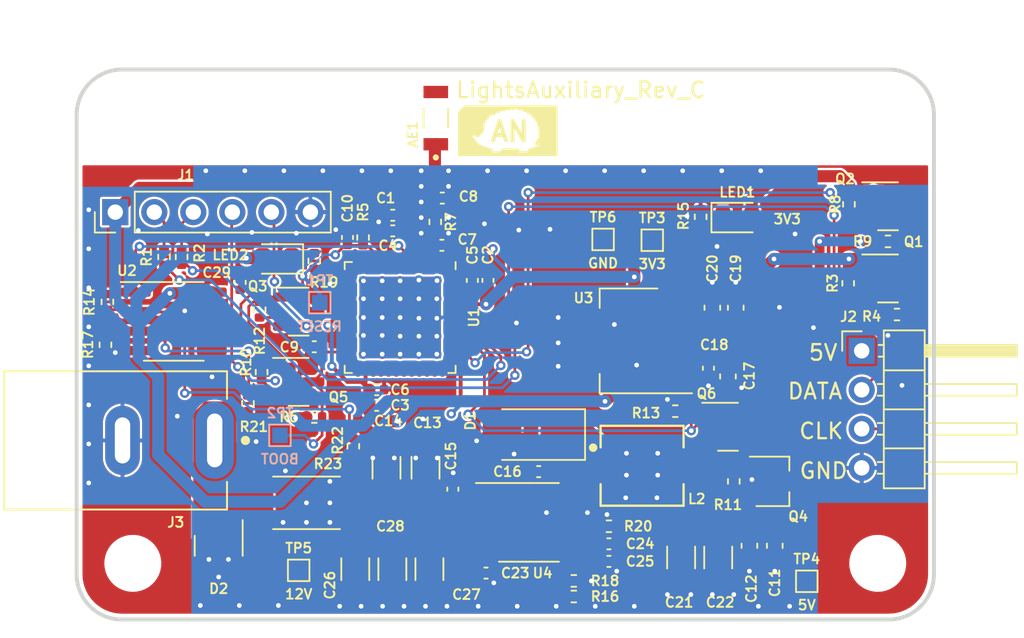
<source format=kicad_pcb>
(kicad_pcb (version 20211014) (generator pcbnew)
  (layers (0 "F.Cu" signal) (31 "B.Cu" signal) (34 "B.Paste" user) (35 "F.Paste" user) (36 "B.SilkS" user "B.Silkscreen") (37 "F.SilkS" user "F.Silkscreen") (38 "B.Mask" user) (39 "F.Mask" user) (44 "Edge.Cuts" user))
  (net 0 "")
  (net 1 "/LNA_OUT")
  (net 3 "+3V3")
  (net 4 "GND")
  (net 5 "/LNA_IN")
  (net 6 "/IO0")
  (net 7 "/ESP_EN")
  (net 8 "+5V")
  (net 9 "+12V")
  (net 10 "Net-(C16-Pad1)")
  (net 11 "Net-(C16-Pad2)")
  (net 12 "Net-(C23-Pad1)")
  (net 13 "Net-(C24-Pad1)")
  (net 14 "Net-(C24-Pad2)")
  (net 15 "Net-(D2-Pad1)")
  (net 16 "/UART_RX")
  (net 17 "/UART_TX")
  (net 18 "/DTR")
  (net 19 "/RTS")
  (net 20 "Net-(J2-Pad1)")
  (net 21 "Net-(LED2-Pad1)")
  (net 22 "Net-(U1-Pad13)")
  (net 23 "Net-(LED1-Pad1)")
  (net 24 "/ESP_LED_DATA")
  (net 25 "/CON_LED_DATA")
  (net 26 "/ESP_LED_CLK")
  (net 27 "/CON_LED_CLK")
  (net 28 "Net-(Q3-Pad1)")
  (net 29 "Net-(Q4-Pad1)")
  (net 30 "Net-(Q5-Pad1)")
  (net 31 "/LED_PWR")
  (net 32 "Net-(R1-Pad2)")
  (net 33 "Net-(R2-Pad2)")
  (net 34 "Net-(R14-Pad1)")
  (net 35 "/CURR_SENS")
  (net 36 "Net-(R16-Pad2)")
  (net 37 "Net-(R17-Pad1)")
  (footprint "Package_TO_SOT_SMD:SOT-23" (layer "F.Cu") (at 127.508 100.965)
    (fp_text reference "Q3")
    (fp_text value "MMBT3904")
  )
  (footprint "Resistor_SMD:R_0402_1005Metric" (layer "F.Cu") (at 118.745 97.409 -90)
    (fp_text reference "R1")
    (fp_text value "0")
  )
  (footprint "personal:CurrentTestPoint" (layer "F.Cu") (at 160.5788 118.5164)
    (fp_text reference "TP4")
    (fp_text value "5V")
  )
  (footprint "Capacitor_SMD:C_0402_1005Metric" (layer "F.Cu") (at 139.7 117.983)
    (fp_text reference "C23")
    (fp_text value "6.8nF")
  )
  (footprint "Resistor_SMD:R_0402_1005Metric" (layer "F.Cu") (at 147.701 114.935 180)
    (fp_text reference "R20")
    (fp_text value "49.9k")
  )
  (footprint "MountingHole:MountingHole_3.2mm_M3_ISO7380" (layer "F.Cu") (at 165.197866 88.863145)
    (fp_text reference "H1" hide)
    (fp_text value "MountingHole")
  )
  (footprint "Resistor_SMD:R_0402_1005Metric" (layer "F.Cu") (at 128.524 107.823)
    (fp_text reference "R6")
    (fp_text value "4.7k")
  )
  (footprint "Capacitor_SMD:C_0603_1608Metric" (layer "F.Cu") (at 156.845 116.205 -90)
    (fp_text reference "C12")
    (fp_text value "22uF")
  )
  (footprint "Capacitor_SMD:C_1206_3216Metric" (layer "F.Cu") (at 131.191 117.729 -90)
    (fp_text reference "C26")
    (fp_text value "22uF_1206")
  )
  (footprint "Resistor_SMD:R_0402_1005Metric" (layer "F.Cu") (at 119.888 97.409 -90)
    (fp_text reference "R2")
    (fp_text value "0")
  )
  (footprint "Resistor_SMD:R_0402_1005Metric" (layer "F.Cu") (at 131.699 96.139 -90)
    (fp_text reference "R5")
    (fp_text value "10k")
  )
  (footprint "Resistor_SMD:R_0402_1005Metric" (layer "F.Cu") (at 124.206 106.934 -90)
    (fp_text reference "R21")
    (fp_text value "1k")
  )
  (footprint "MountingHole:MountingHole_3.2mm_M3_ISO7380" (layer "F.Cu") (at 165.197866 117.34894)
    (fp_text reference "H2" hide)
    (fp_text value "MountingHole")
  )
  (footprint "personal:ANT_AMCA31-2R450G-S1F-T3" (layer "F.Cu") (at 136.433 88.37 90)
    (fp_text reference "AE1")
    (fp_text value "AMCA31-2R450G-S1F-T3")
  )
  (footprint "personal:SLO0530H6R8MTT" (layer "F.Cu") (at 149.86 110.998)
    (fp_text reference "L2")
    (fp_text value "SLO0530H6R8MTT")
  )
  (footprint "MountingHole:MountingHole_3.2mm_M3_ISO7380" (layer "F.Cu") (at 116.71206 88.863145)
    (fp_text reference "H3" hide)
    (fp_text value "MountingHole")
  )
  (footprint "personal:CurrentTestPoint" (layer "F.Cu") (at 150.5204 96.3168)
    (fp_text reference "TP3")
    (fp_text value "3V3")
  )
  (footprint "Capacitor_SMD:C_0402_1005Metric" (layer "F.Cu") (at 138.811 98.933 90)
    (fp_text reference "C5")
    (fp_text value "0.1uF")
  )
  (footprint "Capacitor_SMD:C_0402_1005Metric" (layer "F.Cu") (at 147.701 117.221)
    (fp_text reference "C25")
    (fp_text value "39pF")
  )
  (footprint "Capacitor_SMD:C_0402_1005Metric" (layer "F.Cu") (at 132.588 106.045)
    (fp_text reference "C6")
    (fp_text value "0.1uF")
  )
  (footprint "Resistor_SMD:R_0402_1005Metric" (layer "F.Cu") (at 155.829 112.014 90)
    (fp_text reference "R11")
    (fp_text value "4.7k")
  )
  (footprint "Resistor_SMD:R_0402_1005Metric" (layer "F.Cu") (at 115.0575 100.33 90)
    (fp_text reference "R14")
    (fp_text value "100k")
  )
  (footprint "personal:CurrentTestPoint" (layer "F.Cu") (at 147.32 96.266)
    (fp_text reference "TP6")
    (fp_text value "GND")
  )
  (footprint "Resistor_SMD:R_0402_1005Metric" (layer "F.Cu") (at 153.67 94.7928 -90)
    (fp_text reference "R15")
    (fp_text value "330")
  )
  (footprint "Resistor_SMD:R_0402_1005Metric" (layer "F.Cu") (at 152.019 107.442 180)
    (fp_text reference "R13")
    (fp_text value "4.7k")
  )
  (footprint "Resistor_SMD:R_0402_1005Metric" (layer "F.Cu") (at 125.095 104.902 -90)
    (fp_text reference "R10")
    (fp_text value "10k")
  )
  (footprint "Resistor_SMD:R_0402_1005Metric" (layer "F.Cu") (at 128.524 97.663 90)
    (fp_text reference "R19")
    (fp_text value "330")
  )
  (footprint "LED_SMD:LED_0805_2012Metric" (layer "F.Cu") (at 156.0576 94.8436)
    (fp_text reference "LED1")
    (fp_text value "NCD0805R1")
  )
  (footprint "personal:LogoSmall" (layer "F.Cu") (at 137.9474 90.7796)
    (fp_text reference "REF**" hide)
    (fp_text value "LogoSmall" hide)
  )
  (footprint "Package_TO_SOT_SMD:SOT-23" (layer "F.Cu") (at 155.448 108.458)
    (fp_text reference "Q6")
    (fp_text value "2N7002")
  )
  (footprint "Capacitor_SMD:C_0402_1005Metric" (layer "F.Cu") (at 130.683 96.139 90)
    (fp_text reference "C10")
    (fp_text value "1uF")
  )
  (footprint "LED_SMD:LED_0805_2012Metric" (layer "F.Cu") (at 126.111 97.536 180)
    (fp_text reference "LED2")
    (fp_text value "NCD0805R1")
  )
  (footprint "Package_TO_SOT_SMD:SOT-223-6_TabPin3" (layer "F.Cu") (at 148.971 102.87 180)
    (fp_text reference "U3")
    (fp_text value "MCP1826T-3302E_DC")
  )
  (footprint "Package_DFN_QFN:QFN-48-1EP_7x7mm_P0.5mm_EP5.3x5.3mm_ThermalVias" (layer "F.Cu") (at 134.112 101.346 -90)
    (fp_text reference "U1")
    (fp_text value "ESP32-PICO-D4")
  )
  (footprint "Capacitor_SMD:C_1206_3216Metric" (layer "F.Cu") (at 133.223 111.125 90)
    (fp_text reference "C14")
    (fp_text value "22uF_1206")
  )
  (footprint "Package_SO:SOIC-8_3.9x4.9mm_P1.27mm" (layer "F.Cu") (at 142.494 114.681)
    (fp_text reference "U4")
    (fp_text value "TPS54331DR")
  )
  (footprint "Resistor_SMD:R_0402_1005Metric" (layer "F.Cu") (at 165.862 96.393)
    (fp_text reference "R9")
    (fp_text value "10k")
  )
  (footprint "personal:CUI_PJ-037AH" (layer "F.Cu") (at 122.0425 109.347 180)
    (fp_text reference "J3")
    (fp_text value "PJ-037AH")
  )
  (footprint "Capacitor_SMD:C_0402_1005Metric" (layer "F.Cu") (at 139.827 98.933 90)
    (fp_text reference "C2")
    (fp_text value "1uF")
  )
  (footprint "Capacitor_SMD:C_0603_1608Metric" (layer "F.Cu") (at 155.448 105.184 -90)
    (fp_text reference "C17")
    (fp_text value "2.2uF")
  )
  (footprint "Capacitor_SMD:C_1206_3216Metric" (layer "F.Cu") (at 135.763 111.125 90)
    (fp_text reference "C13")
    (fp_text value "22uF_1206")
  )
  (footprint "Resistor_SMD:R_0402_1005Metric" (layer "F.Cu") (at 166.4485 101.153)
    (fp_text reference "R4")
    (fp_text value "10k")
  )
  (footprint "Resistor_SMD:R_0402_1005Metric" (layer "F.Cu") (at 145.415 119.507 180)
    (fp_text reference "R16")
    (fp_text value "10k")
  )
  (footprint "Capacitor_SMD:C_1206_3216Metric" (layer "F.Cu") (at 133.604 117.729 -90)
    (fp_text reference "C28")
    (fp_text value "22uF_1206")
  )
  (footprint "Resistor_SMD:R_0402_1005Metric" (layer "F.Cu") (at 145.415 118.491)
    (fp_text reference "R18")
    (fp_text value "1.91k")
  )
  (footprint "Package_TO_SOT_SMD:SOT-23" (layer "F.Cu") (at 122.301 116.205 -90)
    (fp_text reference "D2")
    (fp_text value "PSM712-LF-T7")
  )
  (footprint "Resistor_SMD:R_2512_6332Metric" (layer "F.Cu") (at 128.016 113.411)
    (fp_text reference "R23")
    (fp_text value "0.006")
  )
  (footprint "Connector_PinHeader_2.54mm:PinHeader_1x04_P2.54mm_Horizontal" (layer "F.Cu") (at 164.154 103.515)
    (fp_text reference "J2")
    (fp_text value "Conn_01x04")
  )
  (footprint "Capacitor_SMD:C_0402_1005Metric" (layer "F.Cu") (at 147.701 116.078)
    (fp_text reference "C24")
    (fp_text value "4700pF")
  )
  (footprint "Resistor_SMD:R_0402_1005Metric" (layer "F.Cu") (at 163.322 93.98 -90)
    (fp_text reference "R8")
    (fp_text value "10k")
  )
  (footprint "Package_SO:SOIC-8_3.9x4.9mm_P1.27mm" (layer "F.Cu") (at 119.3755 101.6)
    (fp_text reference "U2")
    (fp_text value "LM358DR2G")
  )
  (footprint "Resistor_SMD:R_0402_1005Metric" (layer "F.Cu") (at 114.9305 103.124 -90)
    (fp_text reference "R17")
    (fp_text value "100k")
  )
  (footprint "Capacitor_SMD:C_1206_3216Metric" (layer "F.Cu") (at 152.4 116.967 -90)
    (fp_text reference "C21")
    (fp_text value "47uF")
  )
  (footprint "Capacitor_SMD:C_0603_1608Metric" (layer "F.Cu") (at 154.432 100.711 90)
    (fp_text reference "C20")
    (fp_text value "2.2uF")
  )
  (footprint "Capacitor_SMD:C_0402_1005Metric" (layer "F.Cu") (at 137.541 112.522 90)
    (fp_text reference "C15")
    (fp_text value "0.1uF")
  )
  (footprint "Package_TO_SOT_SMD:SOT-23" (layer "F.Cu") (at 165.862 94.107)
    (fp_text reference "Q2")
    (fp_text value "2N7002")
  )
  (footprint "Capacitor_SMD:C_0402_1005Metric" (layer "F.Cu") (at 136.8552 93.5736)
    (fp_text reference "C8")
    (fp_text value "2pF")
  )
  (footprint "Diode_SMD:D_SMA" (layer "F.Cu") (at 142.748 108.966 180)
    (fp_text reference "D1")
    (fp_text value "SS54")
  )
  (footprint "Resistor_SMD:R_0402_1005Metric" (layer "F.Cu") (at 136.3954 95.123 -90)
    (fp_text reference "R7")
    (fp_text value "0")
  )
  (footprint "Capacitor_SMD:C_1206_3216Metric" (layer "F.Cu") (at 154.813 116.967 -90)
    (fp_text reference "C22")
    (fp_text value "47uF")
  )
  (footprint "Package_TO_SOT_SMD:SOT-23W" (layer "F.Cu") (at 158.369 112.014)
    (fp_text reference "Q4")
    (fp_text value "AO3401A")
  )
  (footprint "Capacitor_SMD:C_0402_1005Metric" (layer "F.Cu") (at 154.178 104.648 -90)
    (fp_text reference "C18")
    (fp_text value "0.1uF")
  )
  (footprint "Capacitor_SMD:C_0603_1608Metric" (layer "F.Cu") (at 155.956 100.711 90)
    (fp_text reference "C19")
    (fp_text value "2.2uF")
  )
  (footprint "Capacitor_SMD:C_0402_1005Metric" (layer "F.Cu") (at 133.632 95.7072 180)
    (fp_text reference "C4")
    (fp_text value "0.1uF")
  )
  (footprint "Resistor_SMD:R_0402_1005Metric" (layer "F.Cu") (at 163.2735 99.121 -90)
    (fp_text reference "R3")
    (fp_text value "10k")
  )
  (footprint "Capacitor_SMD:C_0603_1608Metric" (layer "F.Cu") (at 158.496 116.205 -90)
    (fp_text reference "C11")
    (fp_text value "22uF")
  )
  (footprint "Capacitor_SMD:C_0402_1005Metric" (layer "F.Cu") (at 132.588 107.061)
    (fp_text reference "C3")
    (fp_text value "1uF")
  )
  (footprint "Connector_PinHeader_2.54mm:PinHeader_1x06_P2.54mm_Vertical" (layer "F.Cu") (at 115.57 94.488 90)
    (fp_text reference "J1")
    (fp_text value "Conn_01x06")
  )
  (footprint "MountingHole:MountingHole_3.2mm_M3_ISO7380" (layer "F.Cu") (at 116.71206 117.34894)
    (fp_text reference "H4" hide)
    (fp_text value "MountingHole")
  )
  (footprint "Capacitor_SMD:C_1206_3216Metric" (layer "F.Cu") (at 136.017 117.729 -90)
    (fp_text reference "C27")
    (fp_text value "22uF_1206")
  )
  (footprint "personal:CurrentTestPoint" (layer "F.Cu") (at 127.508 117.8052)
    (fp_text reference "TP5")
    (fp_text value "12V")
  )
  (footprint "Capacitor_SMD:C_0402_1005Metric" (layer "F.Cu") (at 143.129 111.379)
    (fp_text reference "C16")
    (fp_text value "0.1uF")
  )
  (footprint "Package_TO_SOT_SMD:SOT-23" (layer "F.Cu") (at 165.862 98.806)
    (fp_text reference "Q1")
    (fp_text value "2N7002")
  )
  (footprint "Resistor_SMD:R_0402_1005Metric" (layer "F.Cu") (at 131.064 109.728 -90)
    (fp_text reference "R22")
    (fp_text value "1k")
  )
  (footprint "Package_TO_SOT_SMD:SOT-23" (layer "F.Cu") (at 127.508 105.537)
    (fp_text reference "Q5")
    (fp_text value "MMBT3904")
  )
  (footprint "Capacitor_SMD:C_0402_1005Metric" (layer "F.Cu") (at 133.632 94.6912 180)
    (fp_text reference "C1")
    (fp_text value "1uF")
  )
  (footprint "Resistor_SMD:R_0402_1005Metric" (layer "F.Cu") (at 124.968 100.838 -90)
    (fp_text reference "R12")
    (fp_text value "10k")
  )
  (footprint "Capacitor_SMD:C_0402_1005Metric" (layer "F.Cu") (at 136.8272 96.647)
    (fp_text reference "C7")
    (fp_text value "2.7pF")
  )
  (footprint "Capacitor_SMD:C_0402_1005Metric" (layer "F.Cu") (at 128.524 103.251 180)
    (fp_text reference "C9")
    (fp_text value "0.1uF")
  )
  (footprint "Capacitor_SMD:C_0402_1005Metric" (layer "F.Cu") (at 123.698 99.06 90)
    (fp_text reference "C29")
    (fp_text value "0.1uF")
  )
  (footprint "personal:CurrentTestPoint" (layer "B.Cu") (at 128.8796 100.3808 180)
    (fp_text reference "TP1")
    (fp_text value "RESET")
  )
  (footprint "personal:CurrentTestPoint" (layer "B.Cu") (at 126.2888 109.0168 180)
    (fp_text reference "TP2")
    (fp_text value "BOOT")
  )
  (gr_line (start 113.054965 88.156035) (end 113.054965 118.056035) (layer "Edge.Cuts") (width 0.254))
  (gr_arc (start 113.054965 88.156035) (mid 113.919 86.07007) (end 116.004965 85.206035) (layer "Edge.Cuts") (width 0.254))
  (gr_arc (start 165.904965 85.206035) (mid 167.99093 86.07007) (end 168.854965 88.156035) (layer "Edge.Cuts") (width 0.254))
  (gr_line (start 168.854965 118.056035) (end 168.854965 88.156035) (layer "Edge.Cuts") (width 0.254))
  (gr_arc (start 116.004965 121.006035) (mid 113.919 120.142) (end 113.054965 118.056035) (layer "Edge.Cuts") (width 0.254))
  (gr_arc (start 168.854965 118.056035) (mid 167.99093 120.142) (end 165.904965 121.006035) (layer "Edge.Cuts") (width 0.254))
  (gr_line (start 165.904965 85.206035) (end 116.004965 85.206035) (layer "Edge.Cuts") (width 0.254))
  (gr_line (start 116.004965 121.006035) (end 165.904965 121.006035) (layer "Edge.Cuts") (width 0.254))
  (gr_text "5V" (at 161.6456 103.632) (layer "F.SilkS") (effects (font (size 1.016 1.016) (thickness 0.1524))))
  (gr_text "LightsAuxiliary_Rev_C" (at 145.8722 86.5378) (layer "F.SilkS") (effects (font (size 1.016 1.016) (thickness 0.1524))))
  (gr_text "CLK" (at 161.5186 108.7374) (layer "F.SilkS") (effects (font (size 1.016 1.016) (thickness 0.1524))))
  (gr_text "DATA" (at 161.1122 106.1466) (layer "F.SilkS") (effects (font (size 1.016 1.016) (thickness 0.1524))))
  (gr_text "GND" (at 161.671 111.3282) (layer "F.SilkS") (effects (font (size 1.016 1.016) (thickness 0.1524))))
  (segment (start 136.3752 93.5736) (end 136.3752 90.1278) (width 0.7874) (layer "F.Cu") (net 1))
  (segment (start 136.3954 94.613) (end 136.3954 93.5938) (width 0.7874) (layer "F.Cu") (net 1))
  (segment (start 136.3954 93.5938) (end 136.3752 93.5736) (width 0.7874) (layer "F.Cu") (net 1))
  (segment (start 136.3752 90.1278) (end 136.433 90.07) (width 0.7874) (layer "F.Cu") (net 1))
  (segment (start 158.496 92.1512) (end 162.7124 92.1512) (width 0.7874) (layer "F.Cu") (net 3))
  (segment (start 134.112 95.9104) (end 134.112 95.7072) (width 0.254) (layer "F.Cu") (net 3))
  (segment (start 138.049 104.6988) (end 138.049 104.583) (width 0.254) (layer "F.Cu") (net 3))
  (segment (start 157.076021 98.905179) (end 158.4452 97.536) (width 0.7874) (layer "F.Cu") (net 3))
  (segment (start 163.322 97.536) (end 163.322 98.5625) (width 0.7874) (layer "F.Cu") (net 3))
  (segment (start 139.7 100.4824) (end 138.9126 100.4824) (width 0.254) (layer "F.Cu") (net 3))
  (segment (start 131.862 105.799) (end 132.108 106.045) (width 0.254) (layer "F.Cu") (net 3))
  (segment (start 124.0816 99.54) (end 125.1735 98.4481) (width 0.254) (layer "F.Cu") (net 3))
  (segment (start 152.1085 101.6) (end 150.2211 101.6) (width 0.7874) (layer "F.Cu") (net 3))
  (segment (start 123.698 99.54) (end 124.0816 99.54) (width 0.254) (layer "F.Cu") (net 3))
  (segment (start 147.701 104.1201) (end 147.701 106.553) (width 0.7874) (layer "F.Cu") (net 3))
  (segment (start 134.112 94.371587) (end 132.653613 92.9132) (width 0.7874) (layer "F.Cu") (net 3))
  (segment (start 130.662 101.596) (end 129.671 101.596) (width 0.254) (layer "F.Cu") (net 3))
  (segment (start 132.7404 108.1024) (end 132.108 107.47) (width 0.7874) (layer "F.Cu") (net 3))
  (segment (start 156.9951 93.6521) (end 158.496 92.1512) (width 0.7874) (layer "F.Cu") (net 3))
  (segment (start 131.6 105.537) (end 130.683 105.537) (width 0.254) (layer "F.Cu") (net 3))
  (segment (start 140.1572 96.8756) (end 138.6332 96.8756) (width 0.254) (layer "F.Cu") (net 3))
  (segment (start 125.1227 97.4852) (end 125.1735 97.536) (width 0.7874) (layer "F.Cu") (net 3))
  (segment (start 139.7 100.4824) (end 139.7 99.54) (width 0.7874) (layer "F.Cu") (net 3))
  (segment (start 138.299 101.096) (end 137.562 101.096) (width 0.254) (layer "F.Cu") (net 3))
  (segment (start 164.6045 97.536) (end 164.9245 97.856) (width 0.7874) (layer "F.Cu") (net 3))
  (segment (start 155.970821 101.486) (end 157.076021 100.3808) (width 0.7874) (layer "F.Cu") (net 3))
  (segment (start 163.322 93.47) (end 164.6115 93.47) (width 0.7874) (layer "F.Cu") (net 3))
  (segment (start 127.3048 107.8992) (end 127.9378 107.8992) (width 0.7874) (layer "F.Cu") (net 3))
  (segment (start 139.7 99.54) (end 139.827 99.413) (width 0.7874) (layer "F.Cu") (net 3))
  (segment (start 149.352 98.7044) (end 149.352 97.4852) (width 0.7874) (layer "F.Cu") (net 3))
  (segment (start 124.1044 97.4852) (end 125.1227 97.4852) (width 0.7874) (layer "F.Cu") (net 3))
  (segment (start 137.6128 97.896) (end 136.862 97.896) (width 0.254) (layer "F.Cu") (net 3))
  (segment (start 115.57 94.488) (end 117.1448 92.9132) (width 0.7874) (layer "F.Cu") (net 3))
  (segment (start 138.049 104.6988) (end 138.049 107.0102) (width 0.254) (layer "F.Cu") (net 3))
  (segment (start 152.1085 101.6) (end 154.318 101.6) (width 0.7874) (layer "F.Cu") (net 3))
  (segment (start 155.956 101.486) (end 155.970821 101.486) (width 0.7874) (layer "F.Cu") (net 3))
  (segment (start 138.9126 100.4824) (end 138.299 101.096) (width 0.254) (layer "F.Cu") (net 3))
  (segment (start 138.049 107.0102) (end 137.4394 107.6198) (width 0.254) (layer "F.Cu") (net 3))
  (segment (start 117.1448 92.9132) (end 130.9624 92.9132) (width 0.7874) (layer "F.Cu") (net 3))
  (segment (start 150.2211 101.6) (end 149.352 100.7309) (width 0.7874) (layer "F.Cu") (net 3))
  (segment (start 156.9951 94.8436) (end 156.9951 93.6521) (width 0.7874) (layer "F.Cu") (net 3))
  (segment (start 135.862 97.896) (end 135.362 97.896) (width 0.254) (layer "F.Cu") (net 3))
  (segment (start 138.049 104.583) (end 137.562 104.096) (width 0.254) (layer "F.Cu") (net 3))
  (segment (start 154.318 101.6) (end 154.432 101.486) (width 0.7874) (layer "F.Cu") (net 3))
  (segment (start 130.9624 92.9132) (end 131.699 93.6498) (width 0.7874) (layer "F.Cu") (net 3))
  (segment (start 133.9596 108.1024) (end 132.7404 108.1024) (width 0.7874) (layer "F.Cu") (net 3))
  (segment (start 139.827 99.413) (end 138.811 99.413) (width 0.7874) (layer "F.Cu") (net 3))
  (segment (start 121.7743 99.7712) (end 121.8505 99.695) (width 0.7874) (layer "F.Cu") (net 3))
  (segment (start 134.0892 94.6684) (end 134.112 94.6912) (width 0.7874) (layer "F.Cu") (net 3))
  (segment (start 131.699 93.6498) (end 131.699 95.629) (width 0.7874) (layer "F.Cu") (net 3))
  (segment (start 135.457711 97.800289) (end 135.457711 97.256111) (width 0.254) (layer "F.Cu") (net 3))
  (segment (start 135.457711 97.256111) (end 134.112 95.9104) (width 0.254) (layer "F.Cu") (net 3))
  (segment (start 138.6332 96.8756) (end 137.6128 97.896) (width 0.254) (layer "F.Cu") (net 3))
  (segment (start 119.126 99.7712) (end 121.7743 99.7712) (width 0.7874) (layer "F.Cu") (net 3))
  (segment (start 134.112 94.6912) (end 134.112 95.7072) (width 0.7874) (layer "F.Cu") (net 3))
  (segment (start 132.108 106.045) (end 131.727 105.664) (width 0.254) (layer "F.Cu") (net 3))
  (segment (start 137.562 99.596) (end 138.628 99.596) (width 0.254) (layer "F.Cu") (net 3))
  (segment (start 150.2211 101.6) (end 147.701 104.1201) (width 0.7874) (layer "F.Cu") (net 3))
  (segment (start 131.862 104.796) (end 131.862 105.799) (width 0.254) (layer "F.Cu") (net 3))
  (segment (start 125.1735 98.4481) (end 125.1735 97.536) (width 0.254) (layer "F.Cu") (net 3))
  (segment (start 154.432 101.486) (end 155.956 101.486) (width 0.7874) (layer "F.Cu") (net 3))
  (segment (start 157.076021 100.3808) (end 157.076021 98.905179) (width 0.7874) (layer "F.Cu") (net 3))
  (segment (start 127.9378 107.8992) (end 128.014 107.823) (width 0.7874) (layer "F.Cu") (net 3))
  (segment (start 157.076021 94.924521) (end 156.9951 94.8436) (width 0.7874) (layer "F.Cu") (net 3))
  (segment (start 157.076021 100.3808) (end 157.076021 94.924521) (width 0.7874) (layer "F.Cu") (net 3))
  (segment (start 163.322 97.536) (end 164.6045 97.536) (width 0.7874) (layer "F.Cu") (net 3))
  (segment (start 149.352 100.7309) (end 149.352 98.7044) (width 0.7874) (layer "F.Cu") (net 3))
  (segment (start 163.322 98.5625) (end 163.2735 98.611) (width 0.7874) (layer "F.Cu") (net 3))
  (segment (start 135.362 97.896) (end 135.457711 97.800289) (width 0.254) (layer "F.Cu") (net 3))
  (segment (start 134.112 94.6912) (end 134.112 94.371587) (width 0.7874) (layer "F.Cu") (net 3))
  (segment (start 131.727 105.664) (end 131.6 105.537) (width 0.254) (layer "F.Cu") (net 3))
  (segment (start 147.701 106.553) (end 147.447 106.807) (width 0.7874) (layer "F.Cu") (net 3))
  (segment (start 162.7124 92.1512) (end 163.322 92.7608) (width 0.7874) (layer "F.Cu") (net 3))
  (segment (start 132.108 107.061) (end 132.108 106.045) (width 0.7874) (layer "F.Cu") (net 3))
  (segment (start 129.671 101.596) (end 129.413 101.854) (width 0.254) (layer "F.Cu") (net 3))
  (segment (start 132.108 107.47) (end 132.108 107.061) (width 0.7874) (layer "F.Cu") (net 3))
  (segment (start 164.6115 93.47) (end 164.9245 93.157) (width 0.7874) (layer "F.Cu") (net 3))
  (segment (start 130.683 105.537) (end 129.667 104.521) (width 0.254) (layer "F.Cu") (net 3))
  (segment (start 132.653613 92.9132) (end 130.9624 92.9132) (width 0.7874) (layer "F.Cu") (net 3))
  (segment (start 138.628 99.596) (end 138.811 99.413) (width 0.254) (layer "F.Cu") (net 3))
  (segment (start 149.352 97.4852) (end 150.5204 96.3168) (width 0.7874) (layer "F.Cu") (net 3))
  (segment (start 163.322 92.7608) (end 163.322 93.47) (width 0.7874) (layer "F.Cu") (net 3))
  (via (at 129.413 101.854) (size 0.6096) (drill 0.3048) (layers "F.Cu" "B.Cu") (net 3))
  (via (at 139.7 100.4824) (size 0.6096) (drill 0.3048) (layers "F.Cu" "B.Cu") (net 3))
  (via (at 133.9596 108.1024) (size 0.6096) (drill 0.3048) (layers "F.Cu" "B.Cu") (net 3))
  (via (at 127.3048 107.8992) (size 0.6096) (drill 0.3048) (layers "F.Cu" "B.Cu") (net 3))
  (via (at 158.4452 97.536) (size 0.6096) (drill 0.3048) (layers "F.Cu" "B.Cu") (net 3))
  (via (at 163.322 97.536) (size 0.6096) (drill 0.3048) (layers "F.Cu" "B.Cu") (net 3))
  (via (at 129.667 104.521) (size 0.6096) (drill 0.3048) (layers "F.Cu" "B.Cu") (net 3))
  (via (at 140.1572 96.8756) (size 0.6096) (drill 0.3048) (layers "F.Cu" "B.Cu") (net 3))
  (via (at 137.4394 107.6198) (size 0.6096) (drill 0.3048) (layers "F.Cu" "B.Cu") (net 3))
  (via (at 147.447 106.807) (size 0.6096) (drill 0.3048) (layers "F.Cu" "B.Cu") (net 3))
  (via (at 119.126 99.7712) (size 0.6096) (drill 0.3048) (layers "F.Cu" "B.Cu") (net 3))
  (via (at 124.1044 97.4852) (size 0.6096) (drill 0.3048) (layers "F.Cu" "B.Cu") (net 3))
  (via (at 149.352 98.7044) (size 0.6096) (drill 0.3048) (layers "F.Cu" "B.Cu") (net 3))
  (segment (start 134.887189 106.794789) (end 134.887189 107.174811) (width 0.7874) (layer "B.Cu") (net 3))
  (segment (start 127.7874 108.3818) (end 127.3048 107.8992) (width 0.7874) (layer "B.Cu") (net 3))
  (segment (start 118.364 110.2868) (end 118.364 105.2068) (width 0.7874) (layer "B.Cu") (net 3))
  (segment (start 129.667 102.108) (end 129.413 101.854) (width 0.254) (layer "B.Cu") (net 3))
  (segment (start 147.434789 106.794789) (end 138.417789 106.794789) (width 0.7874) (layer "B.Cu") (net 3))
  (segment (start 121.412 113.3348) (end 118.364 110.2868) (width 0.7874) (layer "B.Cu") (net 3))
  (segment (start 147.447 106.807) (end 147.434789 106.794789) (width 0.7874) (layer "B.Cu") (net 3))
  (segment (start 119.639733 97.4344) (end 124.0536 97.4344) (width 0.7874) (layer "B.Cu") (net 3))
  (segment (start 147.4216 98.7044) (end 141.478 98.7044) (width 0.7874) (layer "B.Cu") (net 3))
  (segment (start 149.352 98.7044) (end 147.4216 98.7044) (width 0.7874) (layer "B.Cu") (net 3))
  (segment (start 140.1572 97.3836) (end 141.478 98.7044) (width 0.254) (layer "B.Cu") (net 3))
  (segment (start 118.364 105.2068) (end 117.094 103.9368) (width 0.7874) (layer "B.Cu") (net 3))
  (segment (start 116.9416 101.6508) (end 115.57 100.2792) (width 0.7874) (layer "B.Cu") (net 3))
  (segment (start 115.57 100.2792) (end 115.57 94.488) (width 0.7874) (layer "B.Cu") (net 3))
  (segment (start 140.1572 96.8756) (end 140.1572 97.3836) (width 0.254) (layer "B.Cu") (net 3))
  (segment (start 138.264411 106.794789) (end 138.417789 106.794789) (width 0.254) (layer "B.Cu") (net 3))
  (segment (start 141.478 98.7044) (end 139.7 100.4824) (width 0.7874) (layer "B.Cu") (net 3))
  (segment (start 133.286011 106.794789) (end 131.699 108.3818) (width 0.7874) (layer "B.Cu") (net 3))
  (segment (start 124.0536 97.4344) (end 124.1044 97.4852) (width 0.7874) (layer "B.Cu") (net 3))
  (segment (start 134.887189 107.174811) (end 133.9596 108.1024) (width 0.7874) (layer "B.Cu") (net 3))
  (segment (start 131.2672 108.3818) (end 126.3142 113.3348) (width 0.7874) (layer "B.Cu") (net 3))
  (segment (start 116.9416 101.6508) (end 116.9416 100.132533) (width 0.7874) (layer "B.Cu") (net 3))
  (segment (start 129.667 104.521) (end 129.667 102.108) (width 0.254) (layer "B.Cu") (net 3))
  (segment (start 134.887189 106.794789) (end 133.286011 106.794789) (width 0.7874) (layer "B.Cu") (net 3))
  (segment (start 117.094 101.8032) (end 119.126 99.7712) (width 0.7874) (layer "B.Cu") (net 3))
  (segment (start 158.4452 97.536) (end 163.322 97.536) (width 0.7874) (layer "B.Cu") (net 3))
  (segment (start 117.094 103.9368) (end 117.094 101.8032) (width 0.7874) (layer "B.Cu") (net 3))
  (segment (start 131.699 108.3818) (end 131.2672 108.3818) (width 0.7874) (layer "B.Cu") (net 3))
  (segment (start 137.4394 107.6198) (end 138.264411 106.794789) (width 0.254) (layer "B.Cu") (net 3))
  (segment (start 138.417789 106.794789) (end 134.887189 106.794789) (width 0.7874) (layer "B.Cu") (net 3))
  (segment (start 117.094 101.8032) (end 116.9416 101.6508) (width 0.7874) (layer "B.Cu") (net 3))
  (segment (start 126.3142 113.3348) (end 121.412 113.3348) (width 0.7874) (layer "B.Cu") (net 3))
  (segment (start 116.9416 100.132533) (end 119.639733 97.4344) (width 0.7874) (layer "B.Cu") (net 3))
  (segment (start 131.699 108.3818) (end 127.7874 108.3818) (width 0.7874) (layer "B.Cu") (net 3))
  (via (at 126.1872 120.0912) (size 0.6096) (drill 0.3048) (layers "F.Cu" "B.Cu") (net 4))
  (via (at 155.829 119.38) (size 0.6096) (drill 0.3048) (layers "F.Cu" "B.Cu") (net 4))
  (via (at 129.921 95.631) (size 0.6096) (drill 0.3048) (layers "F.Cu" "B.Cu") (net 4))
  (via (at 128.016 114.681) (size 0.6096) (drill 0.3048) (layers "F.Cu" "B.Cu") (net 4))
  (via (at 132.969 120.142) (size 0.6096) (drill 0.3048) (layers "F.Cu" "B.Cu") (net 4))
  (via (at 147.4216 91.7956) (size 0.6096) (drill 0.3048) (layers "F.Cu" "B.Cu") (net 4))
  (via (at 157.009047 111.895909) (size 0.6096) (drill 0.3048) (layers "F.Cu" "B.Cu") (net 4))
  (via (at 117.0686 95.6818) (size 0.6096) (drill 0.3048) (layers "F.Cu" "B.Cu") (net 4))
  (via (at 158.8008 100.6856) (size 0.6096) (drill 0.3048) (layers "F.Cu" "B.Cu") (net 4))
  (via (at 148.7932 113.0808) (size 0.6096) (drill 0.3048) (layers "F.Cu" "B.Cu") (net 4))
  (via (at 139.192 120.142) (size 0.6096) (drill 0.3048) (layers "F.Cu" "B.Cu") (net 4))
  (via (at 137.16 120.142) (size 0.6096) (drill 0.3048) (layers "F.Cu" "B.Cu") (net 4))
  (via (at 154.178 105.791) (size 0.6096) (drill 0.3048) (layers "F.Cu" "B.Cu") (net 4))
  (via (at 166.7764 105.7656) (size 0.6096) (drill 0.3048) (layers "F.Cu" "B.Cu") (net 4))
  (via (at 154.432 119.38) (size 0.6096) (drill 0.3048) (layers "F.Cu" "B.Cu") (net 4))
  (via (at 153.035 119.38) (size 0.6096) (drill 0.3048) (layers "F.Cu" "B.Cu") (net 4))
  (via (at 143.637 114.046) (size 0.6096) (drill 0.3048) (layers "F.Cu" "B.Cu") (net 4))
  (via (at 113.8428 109.5756) (size 0.6096) (drill 0.3048) (layers "F.Cu" "B.Cu") (net 4))
  (via (at 119.6086 107.7722) (size 0.6096) (drill 0.3048) (layers "F.Cu" "B.Cu") (net 4))
  (via (at 151.511 119.38) (size 0.6096) (drill 0.3048) (layers "F.Cu" "B.Cu") (net 4))
  (via (at 133.5024 91.7956) (size 0.6096) (drill 0.3048) (layers "F.Cu" "B.Cu") (net 4))
  (via (at 144.399 104.521) (size 0.6096) (drill 0.3048) (layers "F.Cu" "B.Cu") (net 4))
  (via (at 141.732 120.142) (size 0.6096) (drill 0.3048) (layers "F.Cu" "B.Cu") (net 4))
  (via (at 132.715 95.123) (size 0.6096) (drill 0.3048) (layers "F.Cu" "B.Cu") (net 4))
  (via (at 129.54 112.014) (size 0.6096) (drill 0.3048) (layers "F.Cu" "B.Cu") (net 4))
  (via (at 132.334 110.49) (size 0.6096) (drill 0.3048) (layers "F.Cu" "B.Cu") (net 4))
  (via (at 161.0106 102.0064) (size 0.6096) (drill 0.3048) (layers "F.Cu" "B.Cu") (net 4))
  (via (at 115.57 103.632) (size 0.6096) (drill 0.3048) (layers "F.Cu" "B.Cu") (net 4))
  (via (at 129.54 114.681) (size 0.6096) (drill 0.3048) (layers "F.Cu" "B.Cu") (net 4))
  (via (at 141.8336 95.6564) (size 0.6096) (drill 0.3048) (layers "F.Cu" "B.Cu") (net 4))
  (via (at 148.0566 101.8032) (size 0.6096) (drill 0.3048) (layers "F.Cu" "B.Cu") (net 4))
  (via (at 137.2616 91.7956) (size 0.6096) (drill 0.3048) (layers "F.Cu" "B.Cu") (net 4))
  (via (at 135.4836 91.7956) (size 0.6096) (drill 0.3048) (layers "F.Cu" "B.Cu") (net 4))
  (via (at 124.0028 91.7956) (size 0.6096) (drill 0.3048) (layers "F.Cu" "B.Cu") (net 4))
  (via (at 113.8428 104.4956) (size 0.6096) (drill 0.3048) (layers "F.Cu" "B.Cu") (net 4))
  (via (at 131.6228 91.7956) (size 0.6096) (drill 0.3048) (layers "F.Cu" "B.Cu") (net 4))
  (via (at 135.5852 107.95) (size 0.6096) (drill 0.3048) (layers "F.Cu" "B.Cu") (net 4))
  (via (at 122.301 118.237) (size 0.6096) (drill 0.3048) (layers "F.Cu" "B.Cu") (net 4))
  (via (at 139.5984 95.25) (size 0.6096) (drill 0.3048) (layers "F.Cu" "B.Cu") (net 4))
  (via (at 134.366 120.142) (size 0.6096) (drill 0.3048) (layers "F.Cu" "B.Cu") (net 4))
  (via (at 157.5816 91.7956) (size 0.6096) (drill 0.3048) (layers "F.Cu" "B.Cu") (net 4))
  (via (at 149.9616 91.7956) (size 0.6096) (drill 0.3048) (layers "F.Cu" "B.Cu") (net 4))
  (via (at 155.0416 91.7956) (size 0.6096) (drill 0.3048) (layers "F.Cu" "B.Cu") (net 4))
  (via (at 123.6472 120.0912) (size 0.6096) (drill 0.3048) (layers "F.Cu" "B.Cu") (net 4))
  (via (at 113.8428 96.8756) (size 0.6096) (drill 0.3048) (layers "F.Cu" "B.Cu") (net 4))
  (via (at 137.2616 95.8596) (size 0.6096) (drill 0.3048) (layers "F.Cu" "B.Cu") (net 4))
  (via (at 137.2616 92.8116) (size 0.6096) (drill 0.3048) (layers "F.Cu" "B.Cu") (net 4))
  (via (at 147.574 114.173) (size 0.6096) (drill 0.3048) (layers "F.Cu" "B.Cu") (net 4))
  (via (at 144.399 101.346) (size 0.6096) (drill 0.3048) (layers "F.Cu" "B.Cu") (net 4))
  (via (at 150.876 111.6076) (size 0.6096) (drill 0.3048) (layers "F.Cu" "B.Cu") (net 4))
  (via (at 155.956 99.06) (size 0.6096) (drill 0.3048) (layers "F.Cu" "B.Cu") (net 4))
  (via (at 141.5288 110.236) (size 0.6096) (drill 0.3048) (layers "F.Cu" "B.Cu") (net 4))
  (via (at 121.666 117.094) (size 0.6096) (drill 0.3048) (layers "F.Cu" "B.Cu") (net 4))
  (via (at 159.4612 120.142) (size 0.6096) (drill 0.3048) (layers "F.Cu" "B.Cu") (net 4))
  (via (at 124.46 95.8088) (size 0.6096) (drill 0.3048) (layers "F.Cu" "B.Cu") (net 4))
  (via (at 135.128 110.49) (size 0.6096) (drill 0.3048) (layers "F.Cu" "B.Cu") (net 4))
  (via (at 113.8428 107.0356) (size 0.6096) (drill 0.3048) (layers "F.Cu" "B.Cu") (net 4))
  (via (at 139.0904 109.3724) (size 0.6096) (drill 0.3048) (layers "F.Cu" "B.Cu") (net 4))
  (via (at 129.0828 91.7956) (size 0.6096) (drill 0.3048) (layers "F.Cu" "B.Cu") (net 4))
  (via (at 146.812 120.142) (size 0.6096) (drill 0.3048) (layers "F.Cu" "B.Cu") (net 4))
  (via (at 151.511 106.68) (size 0.6096) (drill 0.3048) (layers "F.Cu" "B.Cu") (net 4))
  (via (at 148.844 110.1852) (size 0.6096) (drill 0.3048) (layers "F.Cu" "B.Cu") (net 4))
  (via (at 113.8428 94.3356) (size 0.6096) (drill 0.3048) (layers "F.Cu" "B.Cu") (net 4))
  (via (at 144.8816 91.7956) (size 0.6096) (drill 0.3048) (layers "F.Cu" "B.Cu") (net 4))
  (via (at 137.2616 94.8436) (size 0.6096) (drill 0.3048) (layers "F.Cu" "B.Cu") (net 4))
  (via (at 140.208 118.618) (size 0.6096) (drill 0.3048) (layers "F.Cu" "B.Cu") (net 4))
  (via (at 135.763 120.142) (size 0.6096) (drill 0.3048) (layers "F.Cu" "B.Cu") (net 4))
  (via (at 149.5044 104.4448) (size 0.6096) (drill 0.3048) (layers "F.Cu" "B.Cu") (net 4))
  (via (at 127.3556 95.8596) (size 0.6096) (drill 0.3048) (layers "F.Cu" "B.Cu") (net 4))
  (via (at 156.845 117.856) (size 0.6096) (drill 0.3048) (layers "F.Cu" "B.Cu") (net 4))
  (via (at 158.496 117.856) (size 0.6096) (drill 0.3048) (layers "F.Cu" "B.Cu") (net 4))
  (via (at 130.175 120.142) (size 0.6096) (drill 0.3048) (layers "F.Cu" "B.Cu") (net 4))
  (via (at 113.8428 99.4156) (size 0.6096) (drill 0.3048) (layers "F.Cu" "B.Cu") (net 4))
  (via (at 149.352 120.142) (size 0.6096) (drill 0.3048) (layers "F.Cu" "B.Cu") (net 4))
  (via (at 148.844 111.6076) (size 0.6096) (drill 0.3048) (layers "F.Cu" "B.Cu") (net 4))
  (via (at 124.7394 109.4232) (size 0.6096) (drill 0.3048) (layers "F.Cu" "B.Cu") (net 4))
  (via (at 142.3416 91.7956) (size 0.6096) (drill 0.3048) (layers "F.Cu" "B.Cu") (net 4))
  (via (at 126.492 114.681) (size 0.6096) (drill 0.3048) (layers "F.Cu" "B.Cu") (net 4))
  (via (at 146.304 114.046) (size 0.6096) (drill 0.3048) (layers "F.Cu" "B.Cu") (net 4))
  (via (at 129.54 113.411) (size 0.6096) (drill 0.3048) (layers "F.Cu" "B.Cu") (net 4))
  (via (at 150.876 110.1852) (size 0.6096) (drill 0.3048) (layers "F.Cu" "B.Cu") (net 4))
  (via (at 121.4628 91.7956) (size 0.6096) (drill 0.3048) (layers "F.Cu" "B.Cu") (net 4))
  (via (at 126.6444 111.3282) (size 0.6096) (drill 0.3048) (layers "F.Cu" "B.Cu") (net 4))
  (via (at 144.272 120.142) (size 0.6096) (drill 0.3048) (layers "F.Cu" "B.Cu") (net 4))
  (via (at 135.4836 95.8596) (size 0.6096) (drill 0.3048) (layers "F.Cu" "B.Cu") (net 4))
  (via (at 165.862 102.5144) (size 0.6096) (drill 0.3048) (layers "F.Cu" "B.Cu") (net 4))
  (via (at 121.5644 95.9104) (size 0.6096) (drill 0.3048) (layers "F.Cu" "B.Cu") (net 4))
  (via (at 121.1072 120.0912) (size 0.6096) (drill 0.3048) (layers "F.Cu" "B.Cu") (net 4))
  (via (at 113.8428 101.9556) (size 0.6096) (drill 0.3048) (layers "F.Cu" "B.Cu") (net 4))
  (via (at 150.8252 113.0808) (size 0.6096) (drill 0.3048) (layers "F.Cu" "B.Cu") (net 4))
  (via (at 120.0912 100.9142) (size 0.6096) (drill 0.3048) (layers "F.Cu" "B.Cu") (net 4))
  (via (at 139.8016 91.7956) (size 0.6096) (drill 0.3048) (layers "F.Cu" "B.Cu") (net 4))
  (via (at 131.572 120.142) (size 0.6096) (drill 0.3048) (layers "F.Cu" "B.Cu") (net 4))
  (via (at 159.8168 95.9104) (size 0.6096) (drill 0.3048) (layers "F.Cu" "B.Cu") (net 4))
  (via (at 113.8428 112.1156) (size 0.6096) (drill 0.3048) (layers "F.Cu" "B.Cu") (net 4))
  (via (at 121.8692 105.2068) (size 0.6096) (drill 0.3048) (layers "F.Cu" "B.Cu") (net 4))
  (via (at 135.4836 93.8276) (size 0.6096) (drill 0.3048) (layers "F.Cu" "B.Cu") (net 4))
  (via (at 141.6812 101.7016) (size 0.6096) (drill 0.3048) (layers "F.Cu" "B.Cu") (net 4))
  (via (at 157.4292 120.142) (size 0.6096) (drill 0.3048) (layers "F.Cu" "B.Cu") (net 4))
  (via (at 152.5016 91.7956) (size 0.6096) (drill 0.3048) (layers "F.Cu" "B.Cu") (net 4))
  (via (at 135.4836 94.8436) (size 0.6096) (drill 0.3048) (layers "F.Cu" "B.Cu") (net 4))
  (via (at 152.781 94.742) (size 0.6096) (drill 0.3048) (layers "F.Cu" "B.Cu") (net 4))
  (via (at 135.4836 92.8116) (size 0.6096) (drill 0.3048) (layers "F.Cu" "B.Cu") (net 4))
  (via (at 154.7368 96.7232) (size 0.6096) (drill 0.3048) (layers "F.Cu" "B.Cu") (net 4))
  (via (at 146.558 118.491) (size 0.6096) (drill 0.3048) (layers "F.Cu" "B.Cu") (net 4))
  (via (at 129.54 99.1616) (size 0.6096) (drill 0.3048) (layers "F.Cu" "B.Cu") (net 4))
  (via (at 126.5428 91.7956) (size 0.6096) (drill 0.3048) (layers "F.Cu" "B.Cu") (net 4))
  (via (at 133.731 110.49) (size 0.6096) (drill 0.3048) (layers "F.Cu" "B.Cu") (net 4))
  (via (at 128.016 113.411) (size 0.6096) (drill 0.3048) (layers "F.Cu" "B.Cu") (net 4))
  (via (at 144.399 102.997) (size 0.6096) (drill 0.3048) (layers "F.Cu" "B.Cu") (net 4))
  (via (at 122.936 117.094) (size 0.6096) (drill 0.3048) (layers "F.Cu" "B.Cu") (net 4))
  (via (at 137.5664 111.4552) (size 0.6096) (drill 0.3048) (layers "F.Cu" "B.Cu") (net 4))
  (via (at 136.525 110.49) (size 0.6096) (drill 0.3048) (layers "F.Cu" "B.Cu") (net 4))
  (via (at 154.432 99.06) (size 0.6096) (drill 0.3048) (layers "F.Cu" "B.Cu") (net 4))
  (via (at 148.209 117.856) (size 0.6096) (drill 0.3048) (layers "F.Cu" "B.Cu") (net 4))
  (via (at 143.8656 95.6056) (size 0.6096) (drill 0.3048) (layers "F.Cu" "B.Cu") (net 4))
  (via (at 156.337 105.918) (size 0.6096) (drill 0.3048) (layers "F.Cu" "B.Cu") (net 4))
  (segment (start 136.3472 96.647) (end 136.3472 95.6812) (width 0.7874) (layer "F.Cu") (net 5))
  (segment (start 136.362 96.6618) (end 136.3472 96.647) (width 0.381) (layer "F.Cu") (net 5))
  (segment (start 136.3472 96.647) (end 136.362008 96.661808) (width 0.7874) (layer "F.Cu") (net 5))
  (segment (start 136.362008 97.521192) (end 136.362008 97.114792) (width 0.381) (layer "F.Cu") (net 5))
  (segment (start 136.362 97.896) (end 136.362 97.5212) (width 0.381) (layer "F.Cu") (net 5))
  (segment (start 136.362 97.5212) (end 136.362008 97.521192) (width 0.381) (layer "F.Cu") (net 5))
  (segment (start 136.3472 95.6812) (end 136.3954 95.633) (width 0.7874) (layer "F.Cu") (net 5))
  (segment (start 136.362008 97.114792) (end 136.362008 96.661808) (width 0.7874) (layer "F.Cu") (net 5))
  (segment (start 128.4732 109.5756) (end 129.034 109.0148) (width 0.1778) (layer "F.Cu") (net 6))
  (segment (start 129.034 106.1255) (end 129.034 107.823) (width 0.1778) (layer "F.Cu") (net 6))
  (segment (start 130.662 103.596) (end 129.349 103.596) (width 0.1778) (layer "F.Cu") (net 6))
  (segment (start 129.004 103.251) (end 129.004 104.9785) (width 0.1778) (layer "F.Cu") (net 6))
  (segment (start 129.034 109.0148) (end 129.034 107.823) (width 0.1778) (layer "F.Cu") (net 6))
  (segment (start 129.349 103.596) (end 129.004 103.251) (width 0.1778) (layer "F.Cu") (net 6))
  (segment (start 128.4455 105.537) (end 129.034 106.1255) (width 0.1778) (layer "F.Cu") (net 6))
  (segment (start 129.004 104.9785) (end 128.4455 105.537) (width 0.1778) (layer "F.Cu") (net 6))
  (via (at 128.4732 109.5756) (size 0.6096) (drill 0.3048) (layers "F.Cu" "B.Cu") (net 6))
  (segment (start 128.4732 109.5756) (end 127.9144 109.0168) (width 0.1778) (layer "B.Cu") (net 6))
  (segment (start 127.9144 109.0168) (end 126.2888 109.0168) (width 0.1778) (layer "B.Cu") (net 6))
  (segment (start 132.862 97.896) (end 132.862 97.556) (width 0.1778) (layer "F.Cu") (net 7))
  (segment (start 131.699 96.649) (end 130.713 96.649) (width 0.1778) (layer "F.Cu") (net 7))
  (segment (start 132.862 97.556) (end 132.0292 96.7232) (width 0.1778) (layer "F.Cu") (net 7))
  (segment (start 127.762 100.2815) (end 128.4455 100.965) (width 0.1778) (layer "F.Cu") (net 7))
  (segment (start 130.5454 96.619) (end 129.8956 97.2688) (width 0.1778) (layer "F.Cu") (net 7))
  (segment (start 127.762 98.6536) (end 127.762 100.2815) (width 0.1778) (layer "F.Cu") (net 7))
  (segment (start 130.713 96.649) (end 130.683 96.619) (width 0.1778) (layer "F.Cu") (net 7))
  (segment (start 130.683 96.619) (end 130.5454 96.619) (width 0.1778) (layer "F.Cu") (net 7))
  (via (at 129.8956 97.2688) (size 0.6096) (drill 0.3048) (layers "F.Cu" "B.Cu") (net 7))
  (via (at 127.762 98.6536) (size 0.6096) (drill 0.3048) (layers "F.Cu" "B.Cu") (net 7))
  (segment (start 127.762 98.6536) (end 129.1468 97.2688) (width 0.1778) (layer "B.Cu") (net 7))
  (segment (start 128.8796 100.3808) (end 128.8796 99.7712) (width 0.254) (layer "B.Cu") (net 7))
  (segment (start 128.8796 99.7712) (end 127.762 98.6536) (width 0.254) (layer "B.Cu") (net 7))
  (segment (start 129.1468 97.2688) (end 129.8956 97.2688) (width 0.1778) (layer "B.Cu") (net 7))
  (segment (start 161.417 100.076) (end 161.417 96.393) (width 0.635) (layer "F.Cu") (net 8))
  (segment (start 154.178 104.168) (end 152.1365 104.168) (width 0.635) (layer "F.Cu") (net 8))
  (segment (start 157.114 104.409) (end 155.448 104.409) (width 0.635) (layer "F.Cu") (net 8))
  (segment (start 152.4 115.5192) (end 152.4 115.492) (width 0.254) (layer "F.Cu") (net 8))
  (segment (start 155.448 104.409) (end 155.207 104.168) (width 0.635) (layer "F.Cu") (net 8))
  (segment (start 145.925 119.507) (end 148.4122 119.507) (width 0.254) (layer "F.Cu") (net 8))
  (segment (start 148.4122 119.507) (end 152.4 115.5192) (width 0.254) (layer "F.Cu") (net 8))
  (segment (start 160.34 101.153) (end 165.9385 101.153) (width 0.635) (layer "F.Cu") (net 8))
  (segment (start 152.1365 104.168) (end 152.1085 104.14) (width 0.635) (layer "F.Cu") (net 8))
  (segment (start 160.5788 117.5128) (end 158.496 115.43) (width 0.254) (layer "F.Cu") (net 8))
  (segment (start 160.5788 118.5164) (end 160.5788 117.5128) (width 0.254) (layer "F.Cu") (net 8))
  (segment (start 158.369 105.664) (end 158.369 103.124) (width 0.635) (layer "F.Cu") (net 8))
  (segment (start 155.207 104.168) (end 154.178 104.168) (width 0.635) (layer "F.Cu") (net 8))
  (segment (start 152.1085 104.14) (end 152.1085 105.41) (width 0.635) (layer "F.Cu") (net 8))
  (segment (start 157.169 112.964) (end 158.369 111.764) (width 0.635) (layer "F.Cu") (net 8))
  (segment (start 158.369 103.124) (end 160.34 101.153) (width 0.635) (layer "F.Cu") (net 8))
  (segment (start 164.084 96.393) (end 165.352 96.393) (width 0.635) (layer "F.Cu") (net 8))
  (segment (start 158.369 105.664) (end 157.114 104.409) (width 0.635) (layer "F.Cu") (net 8))
  (segment (start 160.34 101.153) (end 161.417 100.076) (width 0.635) (layer "F.Cu") (net 8))
  (segment (start 158.369 111.764) (end 158.369 105.664) (width 0.635) (layer "F.Cu") (net 8))
  (via (at 161.417 96.393) (size 0.6096) (drill 0.3048) (layers "F.Cu" "B.Cu") (net 8))
  (via (at 164.084 96.393) (size 0.6096) (drill 0.3048) (layers "F.Cu" "B.Cu") (net 8))
  (segment (start 161.417 96.393) (end 164.084 96.393) (width 0.635) (layer "B.Cu") (net 8))
  (segment (start 131.191 116.254) (end 129.6398 117.8052) (width 0.254) (layer "F.Cu") (net 9))
  (segment (start 129.6398 117.8052) (end 127.508 117.8052) (width 0.254) (layer "F.Cu") (net 9))
  (segment (start 130.9785 113.411) (end 130.9785 110.3235) (width 0.635) (layer "F.Cu") (net 9))
  (segment (start 130.9785 110.3235) (end 131.064 110.238) (width 0.635) (layer "F.Cu") (net 9))
  (segment (start 141.416 111.379) (end 140.019 112.776) (width 0.254) (layer "F.Cu") (net 10))
  (segment (start 142.649 111.379) (end 141.416 111.379) (width 0.254) (layer "F.Cu") (net 10))
  (segment (start 139.827 116.586) (end 139.22 117.193) (width 0.254) (layer "F.Cu") (net 12))
  (segment (start 139.22 117.193) (end 139.22 117.983) (width 0.254) (layer "F.Cu") (net 12))
  (segment (start 140.019 116.586) (end 139.827 116.586) (width 0.254) (layer "F.Cu") (net 12))
  (segment (start 146.459 115.316) (end 147.221 116.078) (width 0.254) (layer "F.Cu") (net 13))
  (segment (start 144.969 115.316) (end 146.459 115.316) (width 0.254) (layer "F.Cu") (net 13))
  (segment (start 147.221 116.078) (end 147.221 117.221) (width 0.254) (layer "F.Cu") (net 13))
  (segment (start 148.181 114.965) (end 148.211 114.935) (width 0.254) (layer "F.Cu") (net 14))
  (segment (start 148.181 116.078) (end 148.181 114.965) (width 0.254) (layer "F.Cu") (net 14))
  (segment (start 124.206 107.444) (end 123.9455 107.444) (width 0.254) (layer "F.Cu") (net 15))
  (segment (start 123.9455 107.444) (end 122.0425 109.347) (width 0.254) (layer "F.Cu") (net 15))
  (segment (start 118.11 94.488) (end 118.745 95.123) (width 0.1778) (layer "F.Cu") (net 16))
  (segment (start 118.745 95.123) (end 118.745 96.899) (width 0.1778) (layer "F.Cu") (net 16))
  (segment (start 119.888 95.25) (end 119.888 96.899) (width 0.1778) (layer "F.Cu") (net 17))
  (segment (start 120.65 94.488) (end 119.888 95.25) (width 0.1778) (layer "F.Cu") (net 17))
  (segment (start 123.14718 94.53082) (end 123.14718 104.14798) (width 0.1778) (layer "F.Cu") (net 18))
  (segment (start 125.1438 105.4608) (end 125.095 105.412) (width 0.1778) (layer "F.Cu") (net 18))
  (segment (start 126.17 106.487) (end 125.095 105.412) (width 0.1778) (layer "F.Cu") (net 18))
  (segment (start 126.5705 106.487) (end 126.17 106.487) (width 0.1778) (layer "F.Cu") (net 18))
  (segment (start 125.984 105.4608) (end 125.1438 105.4608) (width 0.1778) (layer "F.Cu") (net 18))
  (segment (start 123.19 94.488) (end 123.14718 94.53082) (width 0.1778) (layer "F.Cu") (net 18))
  (segment (start 123.14718 104.14798) (end 123.5456 104.5464) (width 0.1778) (layer "F.Cu") (net 18))
  (via (at 125.984 105.4608) (size 0.6096) (drill 0.3048) (layers "F.Cu" "B.Cu") (net 18))
  (via (at 123.5456 104.5464) (size 0.6096) (drill 0.3048) (layers "F.Cu" "B.Cu") (net 18))
  (segment (start 124.46 105.4608) (end 125.984 105.4608) (width 0.1778) (layer "B.Cu") (net 18))
  (segment (start 123.5456 104.5464) (end 124.46 105.4608) (width 0.1778) (layer "B.Cu") (net 18))
  (segment (start 126.5807 101.9048) (end 126.5705 101.915) (width 0.1778) (layer "F.Cu") (net 19))
  (segment (start 128.016 101.9048) (end 126.5807 101.9048) (width 0.1778) (layer "F.Cu") (net 19))
  (segment (start 126.0035 101.348) (end 124.968 101.348) (width 0.1778) (layer "F.Cu") (net 19))
  (segment (start 125.90182 94.65982) (end 125.90182 98.97782) (width 0.1778) (layer "F.Cu") (net 19))
  (segment (start 126.5705 101.915) (end 126.0035 101.348) (width 0.1778) (layer "F.Cu") (net 19))
  (segment (start 125.90182 98.97782) (end 125.9332 99.0092) (width 0.1778) (layer "F.Cu") (net 19))
  (segment (start 125.73 94.488) (end 125.90182 94.65982) (width 0.1778) (layer "F.Cu") (net 19))
  (via (at 125.9332 99.0092) (size 0.6096) (drill 0.3048) (layers "F.Cu" "B.Cu") (net 19))
  (via (at 128.016 101.9048) (size 0.6096) (drill 0.3048) (layers "F.Cu" "B.Cu") (net 19))
  (segment (start 125.9332 99.822) (end 128.016 101.9048) (width 0.1778) (layer "B.Cu") (net 19))
  (segment (start 125.9332 99.0092) (end 125.9332 99.822) (width 0.1778) (layer "B.Cu") (net 19))
  (segment (start 128.524 97.153) (end 127.4315 97.153) (width 0.1778) (layer "F.Cu") (net 21))
  (segment (start 127.4315 97.153) (end 127.0485 97.536) (width 0.1778) (layer "F.Cu") (net 21))
  (segment (start 128.947 98.596) (end 130.662 98.596) (width 0.1778) (layer "F.Cu") (net 22))
  (segment (start 128.524 98.173) (end 128.947 98.596) (width 0.1778) (layer "F.Cu") (net 22))
  (segment (start 154.1292 94.8436) (end 153.67 95.3028) (width 0.1778) (layer "F.Cu") (net 23))
  (segment (start 155.1201 94.8436) (end 154.1292 94.8436) (width 0.1778) (layer "F.Cu") (net 23))
  (segment (start 141.1732 100.92447) (end 140.50167 101.596) (width 0.1778) (layer "F.Cu") (net 24))
  (segment (start 162.3568 98.7143) (end 163.2735 99.631) (width 0.1778) (layer "F.Cu") (net 24))
  (segment (start 162.3568 94.6912) (end 162.3568 98.7143) (width 0.1778) (layer "F.Cu") (net 24))
  (segment (start 141.1732 94.1324) (end 141.1732 100.92447) (width 0.1778) (layer "F.Cu") (net 24))
  (segment (start 164.7995 99.631) (end 164.9245 99.756) (width 0.1778) (layer "F.Cu") (net 24))
  (segment (start 140.50167 101.596) (end 137.562 101.596) (width 0.1778) (layer "F.Cu") (net 24))
  (segment (start 163.2735 99.631) (end 164.7995 99.631) (width 0.1778) (layer "F.Cu") (net 24))
  (via (at 141.1732 94.1324) (size 0.6096) (drill 0.3048) (layers "F.Cu" "B.Cu") (net 24))
  (via (at 162.3568 94.6912) (size 0.6096) (drill 0.3048) (layers "F.Cu" "B.Cu") (net 24))
  (segment (start 161.798 94.1324) (end 162.3568 94.6912) (width 0.1778) (layer "B.Cu") (net 24))
  (segment (start 149.5044 94.1324) (end 161.798 94.1324) (width 0.1778) (layer "B.Cu") (net 24))
  (segment (start 141.1732 94.1324) (end 149.5044 94.1324) (width 0.1778) (layer "B.Cu") (net 24))
  (segment (start 166.9585 101.153) (end 166.9585 103.2505) (width 0.1778) (layer "F.Cu") (net 25))
  (segment (start 166.9585 98.965) (end 166.9585 101.153) (width 0.1778) (layer "F.Cu") (net 25))
  (segment (start 166.7995 98.806) (end 166.9585 98.965) (width 0.1778) (layer "F.Cu") (net 25))
  (segment (start 166.9585 103.2505) (end 164.154 106.055) (width 0.1778) (layer "F.Cu") (net 25))
  (segment (start 164.3704 94.49) (end 163.322 94.49) (width 0.1778) (layer "F.Cu") (net 26))
  (segment (start 138.2924 103.596) (end 137.562 103.596) (width 0.1778) (layer "F.Cu") (net 26))
  (segment (start 164.9374 95.057) (end 164.3704 94.49) (width 0.1778) (layer "F.Cu") (net 26))
  (segment (start 138.9888 104.2924) (end 138.2924 103.596) (width 0.1778) (layer "F.Cu") (net 26))
  (segment (start 142.3416 103.5812) (end 142.4432 103.4796) (width 0.1778) (layer "F.Cu") (net 26))
  (segment (start 163.322 94.4372) (end 162.1028 93.218) (width 0.1778) (layer "F.Cu") (net 26))
  (segment (start 163.322 94.49) (end 163.322 94.4372) (width 0.1778) (layer "F.Cu") (net 26))
  (segment (start 142.4432 103.4796) (end 142.4432 93.218) (width 0.1778) (layer "F.Cu") (net 26))
  (segment (start 164.9245 95.057) (end 164.9374 95.057) (width 0.1778) (layer "F.Cu") (net 26))
  (via (at 142.4432 93.218) (size 0.6096) (drill 0.3048) (layers "F.Cu" "B.Cu") (net 26))
  (via (at 162.1028 93.218) (size 0.6096) (drill 0.3048) (layers "F.Cu" "B.Cu") (net 26))
  (via (at 142.3416 103.5812) (size 0.6096) (drill 0.3048) (layers "F.Cu" "B.Cu") (net 26))
  (via (at 138.9888 104.2924) (size 0.6096) (drill 0.3048) (layers "F.Cu" "B.Cu") (net 26))
  (segment (start 138.9888 104.2924) (end 139.6492 103.632) (width 0.1778) (layer "B.Cu") (net 26))
  (segment (start 142.2908 103.632) (end 142.3416 103.5812) (width 0.1778) (layer "B.Cu") (net 26))
  (segment (start 139.6492 103.632) (end 142.2908 103.632) (width 0.1778) (layer "B.Cu") (net 26))
  (segment (start 162.1028 93.218) (end 142.4432 93.218) (width 0.1778) (layer "B.Cu") (net 26))
  (segment (start 167.77782 106.23738) (end 165.4202 108.595) (width 0.1778) (layer "F.Cu") (net 27))
  (segment (start 167.77782 96.96262) (end 167.77782 106.23738) (width 0.1778) (layer "F.Cu") (net 27))
  (segment (start 166.7995 94.107) (end 166.7995 95.9655) (width 0.1778) (layer "F.Cu") (net 27))
  (segment (start 165.4202 108.595) (end 164.154 108.595) (width 0.1778) (layer "F.Cu") (net 27))
  (segment (start 166.7995 95.9655) (end 166.7995 95.9843) (width 0.1778) (layer "F.Cu") (net 27))
  (segment (start 166.7995 95.9655) (end 166.372 96.393) (width 0.1778) (layer "F.Cu") (net 27))
  (segment (start 166.7995 95.9843) (end 167.77782 96.96262) (width 0.1778) (layer "F.Cu") (net 27))
  (segment (start 123.7488 100.4824) (end 123.7488 102.0572) (width 0.1778) (layer "F.Cu") (net 28))
  (segment (start 125.7198 100.015) (end 125.3236 99.6188) (width 0.1778) (layer "F.Cu") (net 28))
  (segment (start 125.095 103.4034) (end 125.095 104.392) (width 0.1778) (layer "F.Cu") (net 28))
  (segment (start 125.3236 99.6188) (end 124.6124 99.6188) (width 0.1778) (layer "F.Cu") (net 28))
  (segment (start 123.7488 102.0572) (end 125.095 103.4034) (width 0.1778) (layer "F.Cu") (net 28))
  (segment (start 126.5705 100.015) (end 125.7198 100.015) (width 0.1778) (layer "F.Cu") (net 28))
  (segment (start 124.6124 99.6188) (end 123.7488 100.4824) (width 0.1778) (layer "F.Cu") (net 28))
  (segment (start 155.829 111.4298) (end 155.829 111.504) (width 0.254) (layer "F.Cu") (net 29))
  (segment (start 157.169 109.2415) (end 156.3855 108.458) (width 0.254) (layer "F.Cu") (net 29))
  (segment (start 157.169 111.064) (end 157.169 109.2415) (width 0.254) (layer "F.Cu") (net 29))
  (segment (start 157.1588 111.0742) (end 157.169 111.064) (width 0.254) (layer "F.Cu") (net 29))
  (segment (start 156.1846 111.0742) (end 155.829 111.4298) (width 0.254) (layer "F.Cu") (net 29))
  (segment (start 156.1846 111.0742) (end 157.1588 111.0742) (width 0.254) (layer "F.Cu") (net 29))
  (segment (start 124.5636 100.328) (end 124.2568 100.6348) (width 0.1778) (layer "F.Cu") (net 30))
  (segment (start 124.968 100.328) (end 124.5636 100.328) (width 0.1778) (layer "F.Cu") (net 30))
  (segment (start 126.5705 104.0153) (end 126.5705 104.587) (width 0.1778) (layer "F.Cu") (net 30))
  (segment (start 124.2568 101.7016) (end 126.5705 104.0153) (width 0.1778) (layer "F.Cu") (net 30))
  (segment (start 124.2568 100.6348) (end 124.2568 101.7016) (width 0.1778) (layer "F.Cu") (net 30))
  (segment (start 153.0604 108.712) (end 154.2644 107.508) (width 0.1778) (layer "F.Cu") (net 31))
  (segment (start 138.900389 103.086389) (end 137.571611 103.086389) (width 0.1778) (layer "F.Cu") (net 31))
  (segment (start 137.571611 103.086389) (end 137.562 103.096) (width 0.1778) (layer "F.Cu") (net 31))
  (segment (start 154.2644 107.508) (end 154.5105 107.508) (width 0.1778) (layer "F.Cu") (net 31))
  (segment (start 153.0604 108.712) (end 153.0604 107.6452) (width 0.1778) (layer "F.Cu") (net 31))
  (segment (start 153.0604 107.6452) (end 152.8572 107.442) (width 0.1778) (layer "F.Cu") (net 31))
  (segment (start 139.5984 106.5784) (end 139.5984 103.7844) (width 0.1778) (layer "F.Cu") (net 31))
  (segment (start 139.5984 103.7844) (end 138.900389 103.086389) (width 0.1778) (layer "F.Cu") (net 31))
  (segment (start 138.5316 107.6452) (end 139.5984 106.5784) (width 0.1778) (layer "F.Cu") (net 31))
  (segment (start 152.8572 107.442) (end 152.529 107.442) (width 0.1778) (layer "F.Cu") (net 31))
  (via (at 153.0604 108.712) (size 0.6096) (drill 0.3048) (layers "F.Cu" "B.Cu") (net 31))
  (via (at 138.5316 107.6452) (size 0.6096) (drill 0.3048) (layers "F.Cu" "B.Cu") (net 31))
  (segment (start 138.5316 107.6452) (end 139.5984 108.712) (width 0.1778) (layer "B.Cu") (net 31))
  (segment (start 139.5984 108.712) (end 153.0604 108.712) (width 0.1778) (layer "B.Cu") (net 31))
  (segment (start 140.45 102.096) (end 137.562 102.096) (width 0.1778) (layer "F.Cu") (net 32))
  (segment (start 141.5796 103.2256) (end 140.45 102.096) (width 0.1778) (layer "F.Cu") (net 32))
  (segment (start 119.7356 98.9076) (end 119.7336 98.9076) (width 0.1778) (layer "F.Cu") (net 32))
  (segment (start 119.7336 98.9076) (end 118.745 97.919) (width 0.1778) (layer "F.Cu") (net 32))
  (segment (start 141.5796 105.1052) (end 141.5796 103.2256) (width 0.1778) (layer "F.Cu") (net 32))
  (via (at 141.5796 105.1052) (size 0.6096) (drill 0.3048) (layers "F.Cu" "B.Cu") (net 32))
  (via (at 119.7356 98.9076) (size 0.6096) (drill 0.3048) (layers "F.Cu" "B.Cu") (net 32))
  (segment (start 121.7676 98.9076) (end 119.7356 98.9076) (width 0.1778) (layer "B.Cu") (net 32))
  (segment (start 128.778 105.918) (end 121.7676 98.9076) (width 0.1778) (layer "B.Cu") (net 32))
  (segment (start 140.7668 105.918) (end 128.778 105.918) (width 0.1778) (layer "B.Cu") (net 32))
  (segment (start 141.5796 105.1052) (end 140.7668 105.918) (width 0.1778) (layer "B.Cu") (net 32))
  (segment (start 120.2202 97.919) (end 119.888 97.919) (width 0.1778) (layer "F.Cu") (net 33))
  (segment (start 140.6652 103.886) (end 139.3752 102.596) (width 0.1778) (layer "F.Cu") (net 33))
  (segment (start 139.3752 102.596) (end 137.562 102.596) (width 0.1778) (layer "F.Cu") (net 33))
  (segment (start 140.6652 104.4702) (end 140.6652 103.886) (width 0.1778) (layer "F.Cu") (net 33))
  (segment (start 120.5992 98.298) (end 120.2202 97.919) (width 0.1778) (layer "F.Cu") (net 33))
  (via (at 120.5992 98.298) (size 0.6096) (drill 0.3048) (layers "F.Cu" "B.Cu") (net 33))
  (via (at 140.6652 104.4702) (size 0.6096) (drill 0.3048) (layers "F.Cu" "B.Cu") (net 33))
  (segment (start 139.7508 105.3846) (end 129.3876 105.3846) (width 0.1778) (layer "B.Cu") (net 33))
  (segment (start 129.3876 105.3846) (end 122.301 98.298) (width 0.1778) (layer "B.Cu") (net 33))
  (segment (start 140.6652 104.4702) (end 139.7508 105.3846) (width 0.1778) (layer "B.Cu") (net 33))
  (segment (start 122.301 98.298) (end 120.5992 98.298) (width 0.1778) (layer "B.Cu") (net 33))
  (segment (start 120.0912 102.2096) (end 118.872 100.9904) (width 0.1778) (layer "F.Cu") (net 34))
  (segment (start 130.81 108.964) (end 131.064 109.218) (width 0.1778) (layer "F.Cu") (net 34))
  (segment (start 120.0912 106.2736) (end 120.0912 102.2096) (width 0.1778) (layer "F.Cu") (net 34))
  (segment (start 118.872 100.9904) (end 116.9259 100.9904) (width 0.1778) (layer "F.Cu") (net 34))
  (segment (start 116.7755 100.84) (end 116.9005 100.965) (width 0.1778) (layer "F.Cu") (net 34))
  (segment (start 116.9259 100.9904) (end 116.9005 100.965) (width 0.1778) (layer "F.Cu") (net 34))
  (segment (start 115.0575 100.84) (end 116.7755 100.84) (width 0.1778) (layer "F.Cu") (net 34))
  (segment (start 130.81 107.315) (end 130.81 108.964) (width 0.1778) (layer "F.Cu") (net 34))
  (via (at 120.0912 106.2736) (size 0.6096) (drill 0.3048) (layers "F.Cu" "B.Cu") (net 34))
  (via (at 130.81 107.315) (size 0.6096) (drill 0.3048) (layers "F.Cu" "B.Cu") (net 34))
  (segment (start 127.567627 107.264681) (end 127.041973 107.264681) (width 0.1778) (layer "B.Cu") (net 34))
  (segment (start 123.2916 106.2228) (end 120.142 106.2228) (width 0.1778) (layer "B.Cu") (net 34))
  (segment (start 120.142 106.2228) (end 120.0912 106.2736) (width 0.1778) (layer "B.Cu") (net 34))
  (segment (start 126.991654 107.315) (end 124.3838 107.315) (width 0.1778) (layer "B.Cu") (net 34))
  (segment (start 124.3838 107.315) (end 123.2916 106.2228) (width 0.1778) (layer "B.Cu") (net 34))
  (segment (start 127.617946 107.315) (end 127.567627 107.264681) (width 0.1778) (layer "B.Cu") (net 34))
  (segment (start 130.81 107.315) (end 127.617946 107.315) (width 0.1778) (layer "B.Cu") (net 34))
  (segment (start 127.041973 107.264681) (end 126.991654 107.315) (width 0.1778) (layer "B.Cu") (net 34))
  (segment (start 134.862 97.524) (end 134.862 97.896) (width 0.1778) (layer "F.Cu") (net 35))
  (segment (start 134.0104 96.6724) (end 134.862 97.524) (width 0.1778) (layer "F.Cu") (net 35))
  (segment (start 116.9005 99.695) (end 116.9005 96.9675) (width 0.1778) (layer "F.Cu") (net 35))
  (segment (start 116.7755 99.82) (end 116.9005 99.695) (width 0.1778) (layer "F.Cu") (net 35))
  (segment (start 116.9005 96.9675) (end 117.1448 96.7232) (width 0.1778) (layer "F.Cu") (net 35))
  (segment (start 115.0575 99.82) (end 116.7755 99.82) (width 0.1778) (layer "F.Cu") (net 35))
  (via (at 117.1448 96.7232) (size 0.6096) (drill 0.3048) (layers "F.Cu" "B.Cu") (net 35))
  (via (at 134.0104 96.6724) (size 0.6096) (drill 0.3048) (layers "F.Cu" "B.Cu") (net 35))
  (segment (start 134.0104 96.6724) (end 133.9596 96.7232) (width 0.1778) (layer "B.Cu") (net 35))
  (segment (start 133.9596 96.7232) (end 117.1448 96.7232) (width 0.1778) (layer "B.Cu") (net 35))
  (segment (start 144.969 118.427) (end 144.905 118.491) (width 0.254) (layer "F.Cu") (net 36))
  (segment (start 144.969 116.586) (end 144.969 118.427) (width 0.254) (layer "F.Cu") (net 36))
  (segment (start 144.905 118.491) (end 144.905 119.507) (width 0.254) (layer "F.Cu") (net 36))
  (segment (start 116.9005 102.235) (end 115.3095 102.235) (width 0.1778) (layer "F.Cu") (net 37))
  (segment (start 118.8212 103.3272) (end 118.8212 102.9208) (width 0.1778) (layer "F.Cu") (net 37))
  (segment (start 124.2568 106.3732) (end 124.206 106.424) (width 0.1778) (layer "F.Cu") (net 37))
  (segment (start 118.8212 102.9208) (end 118.1354 102.235) (width 0.1778) (layer "F.Cu") (net 37))
  (segment (start 115.3095 102.235) (end 114.9305 102.614) (width 0.1778) (layer "F.Cu") (net 37))
  (segment (start 118.1354 102.235) (end 116.9005 102.235) (width 0.1778) (layer "F.Cu") (net 37))
  (segment (start 124.2568 103.5304) (end 124.2568 106.3732) (width 0.1778) (layer "F.Cu") (net 37))
  (via (at 118.8212 103.3272) (size 0.6096) (drill 0.3048) (layers "F.Cu" "B.Cu") (net 37))
  (via (at 124.2568 103.5304) (size 0.6096) (drill 0.3048) (layers "F.Cu" "B.Cu") (net 37))
  (segment (start 118.8212 103.3272) (end 119.0244 103.5304) (width 0.1778) (layer "B.Cu") (net 37))
  (segment (start 119.0244 103.5304) (end 124.2568 103.5304) (width 0.1778) (layer "B.Cu") (net 37))
  (zone (net 8) (net_name "+5V") (layer "F.Cu") (priority 5) (connect_pads yes (clearance 0.1524)) (min_thickness 0.1524) (fill yes (thermal_gap 0.508) (thermal_bridge_width 0.508))
    (polygon (pts (xy 155.321 112.014) (xy 156.337 112.014) (xy 156.718 112.395) (xy 158.115 112.395) (xy 159.131 113.411) (xy 159.131 115.57) (xy 159.152069 115.728808) (xy 158.877 115.951) (xy 155.956 115.951) (xy 155.702 116.205) (xy 151.638 116.205) (xy 151.384 115.951) (xy 151.384 109.855) (xy 153.162 109.855)))
  )
  (zone (net 11) (net_name "Net-(C16-Pad2)") (layer "F.Cu") (priority 5) (connect_pads yes (clearance 0.1524)) (min_thickness 0.1524) (fill yes (thermal_gap 0.508) (thermal_bridge_width 0.508))
    (polygon (pts (xy 147.955 109.728) (xy 148.336 110.109) (xy 148.336 112.014) (xy 147.066 113.284) (xy 143.51 113.284) (xy 143.256 113.03) (xy 143.256 108.204) (xy 143.51 107.95) (xy 146.177 107.95)))
  )
  (zone (net 20) (net_name "Net-(J2-Pad1)") (layer "F.Cu") (priority 5) (connect_pads yes (clearance 0.1524)) (min_thickness 0.1524) (fill yes (thermal_gap 0.508) (thermal_bridge_width 0.508))
    (polygon (pts (xy 165.227 102.743) (xy 165.227 104.394) (xy 164.973 104.648) (xy 163.702999 104.648) (xy 163.068 105.283) (xy 163.068 109.601) (xy 160.147 112.522) (xy 159.004 112.522) (xy 159.004 103.378) (xy 159.893 102.489) (xy 163.322 102.489) (xy 164.973 102.489)))
  )
  (zone (net 9) (net_name "+12V") (layer "F.Cu") (priority 5) (connect_pads yes (clearance 0.1524)) (min_thickness 0.1524) (fill yes (thermal_gap 0.508) (thermal_bridge_width 0.508))
    (polygon (pts (xy 132.08 111.887) (xy 136.525 111.887) (xy 137.16 112.522) (xy 138.049 112.522) (xy 139.065 113.538) (xy 141.097 113.538) (xy 141.224 113.665) (xy 141.224 114.3) (xy 140.97 114.554) (xy 139.192 114.554) (xy 136.779 116.967) (xy 130.429 116.967) (xy 130.048 116.586) (xy 130.048 111.506) (xy 131.699 111.506)))
  )
  (zone (net 15) (net_name "Net-(D2-Pad1)") (layer "F.Cu") (priority 5) (connect_pads yes (clearance 0.1524)) (min_thickness 0.1524) (fill yes (thermal_gap 0.508) (thermal_bridge_width 0.508))
    (polygon (pts (xy 123.444 109.4486) (xy 125.857 111.7346) (xy 125.857 115.2906) (xy 124.587 115.2906) (xy 123.698 116.1796) (xy 121.158 116.1796) (xy 120.65 115.697) (xy 120.65 107.569) (xy 121.412 106.807) (xy 122.936 106.807) (xy 123.444 107.315)))
  )
  (zone (net 4) (net_name "GND") (layers F&B.Cu) (connect_pads (clearance 0.1524)) (min_thickness 0.1524) (fill yes (thermal_gap 0.1524) (thermal_bridge_width 0.254))
    (polygon (pts (xy 169.545 121.285) (xy 113.03 121.285) (xy 113.03 85.09) (xy 169.545 85.09)))
  )
  (zone (net 0) (net_name "") (layers F&B.Cu) (connect_pads yes (clearance 0)) (min_thickness 0.1524)
    (keepout (tracks allowed) (vias allowed) (pads allowed) (copperpour not_allowed) (footprints allowed))
    (fill (thermal_gap 0.508) (thermal_bridge_width 0.508))
    (polygon (pts (xy 168.91 91.44) (xy 113.03 91.44) (xy 113.03 85.09) (xy 168.91 85.09)))
  )
  (zone (net 0) (net_name "") (layer "B.Cu") (connect_pads (clearance 0)) (min_thickness 0.254)
    (keepout (tracks allowed) (vias allowed) (pads allowed) (copperpour not_allowed) (footprints allowed))
    (fill (thermal_gap 0.508) (thermal_bridge_width 0.508))
    (polygon (pts (xy 168.783 113.411) (xy 168.783 121.158) (xy 161.29 121.158) (xy 161.29 113.411)))
  )
  (zone (net 0) (net_name "") (layer "B.Cu") (connect_pads (clearance 0)) (min_thickness 0.254)
    (keepout (tracks allowed) (vias allowed) (pads allowed) (copperpour not_allowed) (footprints allowed))
    (fill (thermal_gap 0.508) (thermal_bridge_width 0.508))
    (polygon (pts (xy 169.037 92.71) (xy 161.29 92.71) (xy 161.29 85.217) (xy 169.037 85.217)))
  )
  (zone (net 0) (net_name "") (layer "B.Cu") (connect_pads (clearance 0)) (min_thickness 0.254)
    (keepout (tracks allowed) (vias allowed) (pads allowed) (copperpour not_allowed) (footprints allowed))
    (fill (thermal_gap 0.508) (thermal_bridge_width 0.508))
    (polygon (pts (xy 113.157 92.837) (xy 113.157 85.09) (xy 120.65 85.09) (xy 120.65 92.837)))
  )
  (zone (net 0) (net_name "") (layer "B.Cu") (connect_pads (clearance 0)) (min_thickness 0.254)
    (keepout (tracks allowed) (vias allowed) (pads allowed) (copperpour not_allowed) (footprints allowed))
    (fill (thermal_gap 0.508) (thermal_bridge_width 0.508))
    (polygon (pts (xy 112.776 113.538) (xy 120.523 113.538) (xy 120.523 121.031) (xy 112.776 121.031)))
  )
)
</source>
